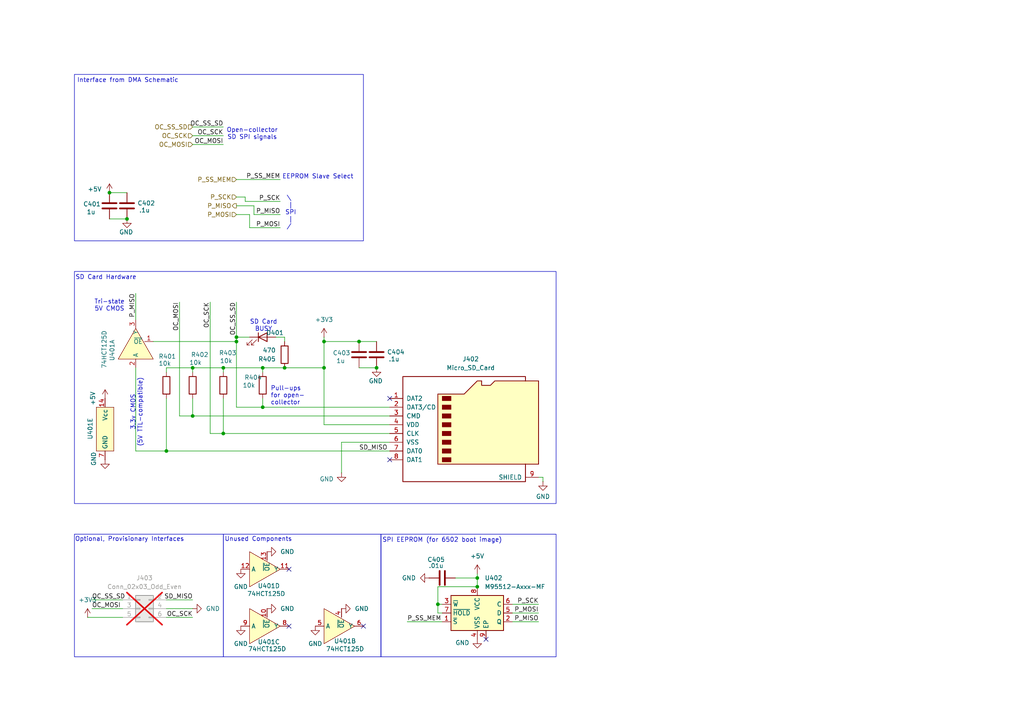
<source format=kicad_sch>
(kicad_sch (version 20250114) (generator "eeschema") (generator_version "9.0")
  (paper "A4")
  (title_block (title "65c02 Homebrew") (rev "Rev A") (company "Joseph R. Freeston") (comment 2 "https://github.com/snorklerjoe/useful6502") (comment 4 "A 65c02-based computer with peripheral i/o offloaded to a PIC16 microcontroller."))
  (lib_symbols
    (symbol "Connector:Micro_SD_Card" (pin_names (offset 1.016))
      (property "Reference" "J" (at -16.51 15.24 0))
      (property "Value" "Micro_SD_Card" (at 16.51 15.24 0))
      (symbol "Micro_SD_Card_0_1"
        (polyline (pts (xy -8.89 -11.43) (xy -8.89 8.89) (xy -1.27 8.89) (xy 2.54 12.7) (xy 3.81 12.7) (xy 3.81 11.43) (xy 6.35 11.43) (xy 7.62 12.7) (xy 20.32 12.7) (xy 20.32 -11.43) (xy -8.89 -11.43)) (stroke (width 0.254)) (fill (type background)))
        (rectangle (start -7.62 8.255) (end -5.08 6.985) (fill (type outline)))
        (rectangle (start -7.62 5.715) (end -5.08 4.445) (fill (type outline)))
        (rectangle (start -7.62 3.175) (end -5.08 1.905) (fill (type outline)))
        (rectangle (start -7.62 0.635) (end -5.08 -0.635) (fill (type outline)))
        (rectangle (start -7.62 -1.905) (end -5.08 -3.175) (fill (type outline)))
        (rectangle (start -7.62 -4.445) (end -5.08 -5.715) (fill (type outline)))
        (rectangle (start -7.62 -6.985) (end -5.08 -8.255) (fill (type outline)))
        (rectangle (start -7.62 -9.525) (end -5.08 -10.795) (fill (type outline)))
        (polyline (pts (xy 16.51 12.7) (xy 16.51 13.97) (xy -19.05 13.97) (xy -19.05 -16.51) (xy 16.51 -16.51) (xy 16.51 -11.43)) (stroke (width 0.254)))
      )
      (symbol "Micro_SD_Card_1_1"
        (pin bidirectional line (at -22.86 7.62 0) (length 3.81) (name "DAT2") (number "1"))
        (pin bidirectional line (at -22.86 5.08 0) (length 3.81) (name "DAT3/CD") (number "2"))
        (pin input line (at -22.86 2.54 0) (length 3.81) (name "CMD") (number "3"))
        (pin power_in line (at -22.86 0 0) (length 3.81) (name "VDD") (number "4"))
        (pin input line (at -22.86 -2.54 0) (length 3.81) (name "CLK") (number "5"))
        (pin power_in line (at -22.86 -5.08 0) (length 3.81) (name "VSS") (number "6"))
        (pin bidirectional line (at -22.86 -7.62 0) (length 3.81) (name "DAT0") (number "7"))
        (pin bidirectional line (at -22.86 -10.16 0) (length 3.81) (name "DAT1") (number "8"))
        (pin passive line (at 20.32 -15.24 180) (length 3.81) (name "SHIELD") (number "9"))
      )
    )
    (symbol "Connector_Generic:Conn_02x03_Odd_Even" (pin_names (offset 1.016) (hide yes))
      (property "Reference" "J" (at 1.27 5.08 0))
      (property "Value" "Conn_02x03_Odd_Even" (at 1.27 -5.08 0))
      (symbol "Conn_02x03_Odd_Even_1_1"
        (rectangle (start -1.27 3.81) (end 3.81 -3.81) (stroke (width 0.254)) (fill (type background)))
        (rectangle (start -1.27 2.667) (end 0 2.413) (stroke (width 0.1524)))
        (rectangle (start -1.27 0.127) (end 0 -0.127) (stroke (width 0.1524)))
        (rectangle (start -1.27 -2.413) (end 0 -2.667) (stroke (width 0.1524)))
        (rectangle (start 3.81 2.667) (end 2.54 2.413) (stroke (width 0.1524)))
        (rectangle (start 3.81 0.127) (end 2.54 -0.127) (stroke (width 0.1524)))
        (rectangle (start 3.81 -2.413) (end 2.54 -2.667) (stroke (width 0.1524)))
        (pin passive line (at -5.08 2.54 0) (length 3.81) (name "Pin_1") (number "1"))
        (pin passive line (at -5.08 0 0) (length 3.81) (name "Pin_3") (number "3"))
        (pin passive line (at -5.08 -2.54 0) (length 3.81) (name "Pin_5") (number "5"))
        (pin passive line (at 7.62 2.54 180) (length 3.81) (name "Pin_2") (number "2"))
        (pin passive line (at 7.62 0 180) (length 3.81) (name "Pin_4") (number "4"))
        (pin passive line (at 7.62 -2.54 180) (length 3.81) (name "Pin_6") (number "6"))
      )
    )
    (symbol "Device:C" (pin_numbers (hide yes)) (pin_names (offset 0.254))
      (property "Reference" "C" (at 0.635 2.54 0))
      (property "Value" "C" (at 0.635 -2.54 0))
      (symbol "C_0_1"
        (polyline (pts (xy -2.032 0.762) (xy 2.032 0.762)) (stroke (width 0.508)))
        (polyline (pts (xy -2.032 -0.762) (xy 2.032 -0.762)) (stroke (width 0.508)))
      )
      (symbol "C_1_1"
        (pin passive line (at 0 3.81 270) (length 2.794) (name "~") (number "1"))
        (pin passive line (at 0 -3.81 90) (length 2.794) (name "~") (number "2"))
      )
    )
    (symbol "Device:LED" (pin_numbers (hide yes)) (pin_names (offset 1.016) (hide yes))
      (property "Reference" "D" (at 0 2.54 0))
      (property "Value" "LED" (at 0 -2.54 0))
      (symbol "LED_0_1"
        (polyline (pts (xy -3.048 -0.762) (xy -4.572 -2.286) (xy -3.81 -2.286) (xy -4.572 -2.286) (xy -4.572 -1.524)))
        (polyline (pts (xy -1.778 -0.762) (xy -3.302 -2.286) (xy -2.54 -2.286) (xy -3.302 -2.286) (xy -3.302 -1.524)))
        (polyline (pts (xy -1.27 0) (xy 1.27 0)))
        (polyline (pts (xy -1.27 -1.27) (xy -1.27 1.27)) (stroke (width 0.254)))
        (polyline (pts (xy 1.27 -1.27) (xy 1.27 1.27) (xy -1.27 0) (xy 1.27 -1.27)) (stroke (width 0.254)))
      )
      (symbol "LED_1_1"
        (pin passive line (at -3.81 0 0) (length 2.54) (name "K") (number "1"))
        (pin passive line (at 3.81 0 180) (length 2.54) (name "A") (number "2"))
      )
    )
    (symbol "Device:R" (pin_numbers (hide yes)) (pin_names (offset 0))
      (property "Reference" "R" (at 2.032 0 90))
      (property "Value" "R" (at 0 0 90))
      (symbol "R_0_1"
        (rectangle (start -1.016 -2.54) (end 1.016 2.54) (stroke (width 0.254)))
      )
      (symbol "R_1_1"
        (pin passive line (at 0 3.81 270) (length 1.27) (name "~") (number "1"))
        (pin passive line (at 0 -3.81 90) (length 1.27) (name "~") (number "2"))
      )
    )
    (symbol "Memory_EEPROM:M95512-Axxx-MF"
      (property "Reference" "U" (at -7.62 6.35 0))
      (property "Value" "M95512-Axxx-MF" (at 6.35 -7.62 0))
      (symbol "M95512-Axxx-MF_1_1"
        (rectangle (start -7.62 5.08) (end 7.62 -5.08) (stroke (width 0.254)) (fill (type background)))
        (pin input line (at -10.16 2.54 0) (length 2.54) (name "~{W}") (number "3"))
        (pin input line (at -10.16 0 0) (length 2.54) (name "~{HOLD}") (number "7"))
        (pin input line (at -10.16 -2.54 0) (length 2.54) (name "~{S}") (number "1"))
        (pin power_in line (at 0 7.62 270) (length 2.54) (name "VCC") (number "8"))
        (pin power_in line (at 0 -7.62 90) (length 2.54) (name "VSS") (number "4"))
        (pin passive line (at 2.54 -7.62 90) (length 2.54) (name "EP") (number "9"))
        (pin input line (at 10.16 2.54 180) (length 2.54) (name "C") (number "6"))
        (pin input line (at 10.16 0 180) (length 2.54) (name "D") (number "5"))
        (pin output line (at 10.16 -2.54 180) (length 2.54) (name "Q") (number "2"))
      )
    )
    (symbol "custom:74HCT125D"
      (property "Reference" "U" (at 4.318 2.032 0))
      (property "Value" "74HCT125D" (at 8.636 0 0))
      (symbol "74HCT125D_1_1"
        (polyline (pts (xy -1.27 1.27) (xy -1.27 -5.08) (xy 7.62 0) (xy -1.27 5.08) (xy -1.27 1.27)) (fill (type background)))
        (pin input line (at -3.81 0 0) (length 2.54) (name "A") (number "2"))
        (pin input line (at 3.81 5.08 270) (length 2.54) (name "~{OE}") (number "1"))
        (pin tri_state line (at 10.16 0 180) (length 2.54) (name "Y") (number "3"))
      )
      (symbol "74HCT125D_2_1"
        (polyline (pts (xy -1.27 1.27) (xy -1.27 -5.08) (xy 7.62 0) (xy -1.27 5.08) (xy -1.27 1.27)) (fill (type background)))
        (pin input line (at -3.81 0 0) (length 2.54) (name "A") (number "5"))
        (pin input line (at 3.81 5.08 270) (length 2.54) (name "~{OE}") (number "4"))
        (pin tri_state line (at 10.16 0 180) (length 2.54) (name "Y") (number "6"))
      )
      (symbol "74HCT125D_3_1"
        (polyline (pts (xy -1.27 1.27) (xy -1.27 -5.08) (xy 7.62 0) (xy -1.27 5.08) (xy -1.27 1.27)) (fill (type background)))
        (pin input line (at -3.81 0 0) (length 2.54) (name "A") (number "9"))
        (pin input line (at 3.81 5.08 270) (length 2.54) (name "~{OE}") (number "10"))
        (pin tri_state line (at 10.16 0 180) (length 2.54) (name "Y") (number "8"))
      )
      (symbol "74HCT125D_4_1"
        (polyline (pts (xy -1.27 1.27) (xy -1.27 -5.08) (xy 7.62 0) (xy -1.27 5.08) (xy -1.27 1.27)) (fill (type background)))
        (pin input line (at -3.81 0 0) (length 2.54) (name "A") (number "12"))
        (pin input line (at 3.81 5.08 270) (length 2.54) (name "~{OE}") (number "13"))
        (pin tri_state line (at 10.16 0 180) (length 2.54) (name "Y") (number "11"))
      )
      (symbol "74HCT125D_5_1"
        (rectangle (start -2.54 5.08) (end 2.54 -7.62) (fill (type background)))
        (pin power_in line (at 0 7.62 270) (length 2.54) (name "Vcc") (number "14"))
        (pin power_in line (at 0 -10.16 90) (length 2.54) (name "GND") (number "7"))
      )
    )
    (symbol "power:+3V3" (power) (pin_numbers (hide yes)) (pin_names (offset 0) (hide yes))
      (property "Value" "+3V3" (at 0 3.556 0))
      (symbol "+3V3_0_1"
        (polyline (pts (xy -0.762 1.27) (xy 0 2.54)))
        (polyline (pts (xy 0 2.54) (xy 0.762 1.27)))
        (polyline (pts (xy 0 0) (xy 0 2.54)))
      )
      (symbol "+3V3_1_1"
        (pin power_in line (at 0 0 90) (length 0) (name "~") (number "1"))
      )
    )
    (symbol "power:+5V" (power) (pin_numbers (hide yes)) (pin_names (offset 0) (hide yes))
      (property "Value" "+5V" (at 0 3.556 0))
      (symbol "+5V_0_1"
        (polyline (pts (xy -0.762 1.27) (xy 0 2.54)))
        (polyline (pts (xy 0 2.54) (xy 0.762 1.27)))
        (polyline (pts (xy 0 0) (xy 0 2.54)))
      )
      (symbol "+5V_1_1"
        (pin power_in line (at 0 0 90) (length 0) (name "~") (number "1"))
      )
    )
    (symbol "power:GND" (power) (pin_numbers (hide yes)) (pin_names (offset 0) (hide yes))
      (property "Value" "GND" (at 0 -3.81 0))
      (symbol "GND_0_1"
        (polyline (pts (xy 0 0) (xy 0 -1.27) (xy 1.27 -1.27) (xy 0 -2.54) (xy -1.27 -1.27) (xy 0 -1.27)))
      )
      (symbol "GND_1_1"
        (pin power_in line (at 0 0 270) (length 0) (name "~") (number "1"))
      )
    )
  )
  (rectangle (start 64.77 154.94) (end 110.49 190.5))
  (rectangle (start 21.59 21.59) (end 105.41 69.85))
  (rectangle (start 21.59 78.74) (end 161.29 146.05))
  (rectangle (start 110.49 154.94) (end 161.29 190.5))
  (rectangle (start 21.59 154.94) (end 64.77 190.5))
  (text "3.3v CMOS\n(5V TTL-compatible)" (at 39.624 119.634 90) (effects (font (size 1.27 1.27))))
  (text "Interface from DMA Schematic" (at 37.084 23.368 0) (effects (font (size 1.27 1.27))))
  (text "Unused Components" (at 74.93 156.464 0) (effects (font (size 1.27 1.27))))
  (text "EEPROM Slave Select" (at 92.202 51.308 0) (effects (font (size 1.27 1.27))))
  (text "SD Card Hardware" (at 30.734 80.518 0) (effects (font (size 1.27 1.27))))
  (text "\\ \n|\nSPI\n|\n/ " (at 84.328 61.722 0) (effects (font (size 1.27 1.27))))
  (text "Pull-ups\nfor open-\ncollector" (at 78.486 114.808 0) (effects (font (size 1.27 1.27)) (justify left)))
  (text "SPI EEPROM (for 6502 boot image)" (at 128.27 156.718 0) (effects (font (size 1.27 1.27))))
  (text "Tri-state\n5V CMOS" (at 31.75 88.646 0) (effects (font (size 1.27 1.27))))
  (text "Optional, Provisionary Interfaces" (at 37.592 156.464 0) (effects (font (size 1.27 1.27))))
  (text "Open-collector\nSD SPI signals" (at 73.152 38.862 0) (effects (font (size 1.27 1.27))))
  (text "SD Card\nBUSY" (at 76.454 94.488 0) (effects (font (size 1.27 1.27))))
  (junction (at 93.98 99.06))
  (junction (at 104.14 99.06))
  (junction (at 68.58 99.06))
  (junction (at 76.2 106.68))
  (junction (at 68.58 97.79))
  (junction (at 36.83 63.5))
  (junction (at 127 175.26))
  (junction (at 31.75 55.88))
  (junction (at 55.88 120.65))
  (junction (at 109.22 106.68))
  (junction (at 138.43 170.18))
  (junction (at 93.98 106.68))
  (junction (at 64.77 125.73))
  (junction (at 48.26 130.81))
  (junction (at 64.77 106.68))
  (junction (at 55.88 106.68))
  (junction (at 76.2 118.11))
  (junction (at 82.55 106.68))
  (junction (at 138.43 167.64))
  (no_connect (at 113.03 133.35))
  (no_connect (at 140.97 185.42))
  (no_connect (at 83.82 165.1))
  (no_connect (at 105.41 181.61))
  (no_connect (at 83.82 181.61))
  (no_connect (at 113.03 115.57))
  (wire (pts (xy 31.75 63.5) (xy 36.83 63.5)))
  (wire (pts (xy 118.11 180.34) (xy 128.27 180.34)))
  (wire (pts (xy 72.39 62.23) (xy 68.58 62.23)))
  (wire (pts (xy 68.58 97.79) (xy 68.58 99.06)))
  (wire (pts (xy 148.59 175.26) (xy 156.21 175.26)))
  (wire (pts (xy 71.12 57.15) (xy 68.58 57.15)))
  (wire (pts (xy 127 175.26) (xy 127 170.18)))
  (wire (pts (xy 104.14 106.68) (xy 109.22 106.68)))
  (wire (pts (xy 128.27 177.8) (xy 127 177.8)))
  (wire (pts (xy 48.26 106.68) (xy 55.88 106.68)))
  (wire (pts (xy 64.77 115.57) (xy 64.77 125.73)))
  (wire (pts (xy 68.58 52.07) (xy 81.28 52.07)))
  (wire (pts (xy 55.88 179.07) (xy 48.26 179.07)))
  (wire (pts (xy 52.07 87.63) (xy 52.07 120.65)))
  (wire (pts (xy 82.55 106.68) (xy 93.98 106.68)))
  (wire (pts (xy 93.98 99.06) (xy 104.14 99.06)))
  (wire (pts (xy 48.26 130.81) (xy 113.03 130.81)))
  (wire (pts (xy 81.28 58.42) (xy 71.12 58.42)))
  (wire (pts (xy 68.58 118.11) (xy 76.2 118.11)))
  (wire (pts (xy 127 170.18) (xy 138.43 170.18)))
  (wire (pts (xy 93.98 97.79) (xy 93.98 99.06)))
  (wire (pts (xy 39.37 85.09) (xy 39.37 92.71)))
  (wire (pts (xy 104.14 99.06) (xy 109.22 99.06)))
  (wire (pts (xy 25.4 179.07) (xy 35.56 179.07)))
  (wire (pts (xy 60.96 125.73) (xy 64.77 125.73)))
  (wire (pts (xy 48.26 107.95) (xy 48.26 106.68)))
  (wire (pts (xy 55.88 176.53) (xy 48.26 176.53)))
  (wire (pts (xy 93.98 123.19) (xy 113.03 123.19)))
  (wire (pts (xy 64.77 106.68) (xy 76.2 106.68)))
  (wire (pts (xy 26.67 173.99) (xy 35.56 173.99)))
  (wire (pts (xy 76.2 106.68) (xy 82.55 106.68)))
  (wire (pts (xy 72.39 97.79) (xy 68.58 97.79)))
  (wire (pts (xy 138.43 167.64) (xy 138.43 170.18)))
  (wire (pts (xy 55.88 106.68) (xy 64.77 106.68)))
  (wire (pts (xy 71.12 58.42) (xy 71.12 57.15)))
  (wire (pts (xy 148.59 180.34) (xy 156.21 180.34)))
  (wire (pts (xy 55.88 173.99) (xy 48.26 173.99)))
  (wire (pts (xy 55.88 107.95) (xy 55.88 106.68)))
  (wire (pts (xy 52.07 120.65) (xy 55.88 120.65)))
  (wire (pts (xy 55.88 41.91) (xy 64.77 41.91)))
  (wire (pts (xy 39.37 130.81) (xy 39.37 106.68)))
  (wire (pts (xy 157.48 138.43) (xy 156.21 138.43)))
  (wire (pts (xy 76.2 115.57) (xy 76.2 118.11)))
  (wire (pts (xy 132.08 167.64) (xy 138.43 167.64)))
  (wire (pts (xy 64.77 125.73) (xy 113.03 125.73)))
  (wire (pts (xy 93.98 99.06) (xy 93.98 106.68)))
  (wire (pts (xy 64.77 107.95) (xy 64.77 106.68)))
  (wire (pts (xy 76.2 118.11) (xy 113.03 118.11)))
  (wire (pts (xy 99.06 137.16) (xy 99.06 128.27)))
  (wire (pts (xy 72.39 66.04) (xy 72.39 62.23)))
  (wire (pts (xy 138.43 166.37) (xy 138.43 167.64)))
  (wire (pts (xy 26.67 176.53) (xy 35.56 176.53)))
  (wire (pts (xy 60.96 87.63) (xy 60.96 125.73)))
  (wire (pts (xy 93.98 123.19) (xy 93.98 106.68)))
  (wire (pts (xy 73.66 59.69) (xy 68.58 59.69)))
  (wire (pts (xy 68.58 97.79) (xy 68.58 87.63)))
  (wire (pts (xy 39.37 130.81) (xy 48.26 130.81)))
  (wire (pts (xy 55.88 36.83) (xy 64.77 36.83)))
  (wire (pts (xy 81.28 66.04) (xy 72.39 66.04)))
  (wire (pts (xy 44.45 99.06) (xy 68.58 99.06)))
  (wire (pts (xy 127 175.26) (xy 128.27 175.26)))
  (wire (pts (xy 99.06 128.27) (xy 113.03 128.27)))
  (wire (pts (xy 31.75 55.88) (xy 36.83 55.88)))
  (wire (pts (xy 127 177.8) (xy 127 175.26)))
  (wire (pts (xy 82.55 99.06) (xy 82.55 97.79)))
  (wire (pts (xy 82.55 97.79) (xy 80.01 97.79)))
  (wire (pts (xy 55.88 39.37) (xy 64.77 39.37)))
  (wire (pts (xy 148.59 177.8) (xy 156.21 177.8)))
  (wire (pts (xy 68.58 99.06) (xy 68.58 118.11)))
  (wire (pts (xy 48.26 115.57) (xy 48.26 130.81)))
  (wire (pts (xy 81.28 62.23) (xy 73.66 62.23)))
  (wire (pts (xy 55.88 120.65) (xy 113.03 120.65)))
  (wire (pts (xy 55.88 115.57) (xy 55.88 120.65)))
  (wire (pts (xy 76.2 106.68) (xy 76.2 107.95)))
  (wire (pts (xy 157.48 139.7) (xy 157.48 138.43)))
  (wire (pts (xy 73.66 62.23) (xy 73.66 59.69)))
  (label "OC_SCK" (at 64.77 39.37 180))
  (label "OC_SS_SD" (at 64.77 36.83 180))
  (label "P_MOSI" (at 156.21 177.8 180))
  (label "P_MISO" (at 81.28 62.23 180))
  (label "OC_SCK" (at 55.88 179.07 180))
  (label "SD_MISO" (at 55.88 173.99 180))
  (label "SD_MISO" (at 104.14 130.81 0))
  (label "OC_SCK" (at 60.96 87.63 270))
  (label "OC_MOSI" (at 26.67 176.53 0))
  (label "P_SCK" (at 156.21 175.26 180))
  (label "OC_MOSI" (at 52.07 87.63 270))
  (label "OC_SS_SD" (at 26.67 173.99 0))
  (label "P_SCK" (at 81.28 58.42 180))
  (label "OC_MOSI" (at 64.77 41.91 180))
  (label "OC_SS_SD" (at 68.58 87.63 270))
  (label "P_SS_MEM" (at 81.28 52.07 180))
  (label "P_MISO" (at 156.21 180.34 180))
  (label "P_MISO" (at 39.37 85.09 270))
  (label "P_MOSI" (at 81.28 66.04 180))
  (label "P_SS_MEM" (at 118.11 180.34 0))
  (hierarchical_label "OC_SS_SD" (shape input) (at 55.88 36.83 180))
  (hierarchical_label "P_SS_MEM" (shape input) (at 68.58 52.07 180))
  (hierarchical_label "OC_MOSI" (shape input) (at 55.88 41.91 180))
  (hierarchical_label "P_SCK" (shape input) (at 68.58 57.15 180))
  (hierarchical_label "P_MISO" (shape output) (at 68.58 59.69 180))
  (hierarchical_label "OC_SCK" (shape input) (at 55.88 39.37 180))
  (hierarchical_label "P_MOSI" (shape input) (at 68.58 62.23 180))
  (symbol (lib_id "power:+5V") (at 138.43 166.37 0) (unit 1)
    (property "Reference" "#PWR0416" (effects (hide yes)))
    (property "Value" "+5V" (at 138.43 161.29 0))
    (property "Description" "Power symbol creates a global label with name \"+5V\"" (effects (hide yes)))
  )
  (symbol (lib_id "power:GND") (at 69.85 165.1 0) (unit 1)
    (property "Reference" "#PWR0406" (effects (hide yes)))
    (property "Value" "GND" (at 69.85 170.18 0))
    (property "Description" "Power symbol creates a global label with name \"GND\" , ground" (effects (hide yes)))
  )
  (symbol (lib_id "Device:R") (at 55.88 111.76 0) (unit 1)
    (property "Reference" "R402" (at 55.372 102.87 0) (effects (justify left)))
    (property "Value" "10k" (at 54.864 105.156 0) (effects (justify left)))
    (property "Footprint" "Resistor_SMD:R_0402_1005Metric" (effects (hide yes)))
    (property "Description" "Resistor" (effects (hide yes)))
  )
  (symbol (lib_id "Device:R") (at 48.26 111.76 0) (unit 1)
    (property "Reference" "R401" (at 45.974 103.378 0) (effects (justify left)))
    (property "Value" "10k" (at 45.974 105.41 0) (effects (justify left)))
    (property "Footprint" "Resistor_SMD:R_0402_1005Metric" (effects (hide yes)))
    (property "Description" "Resistor" (effects (hide yes)))
  )
  (symbol (lib_id "custom:74HCT125D") (at 73.66 165.1 0) (unit 4)
    (property "Reference" "U401" (at 77.978 169.926 0))
    (property "Value" "74HCT125D" (at 77.216 172.212 0))
    (property "Footprint" "Package_SO:SOIC-14_3.9x8.7mm_P1.27mm" (effects (hide yes)))
  )
  (symbol (lib_id "Device:C") (at 31.75 59.69 0) (unit 1)
    (property "Reference" "C401" (at 26.67 59.182 0))
    (property "Value" "1u" (at 26.416 61.468 0))
    (property "Footprint" "Capacitor_SMD:C_0402_1005Metric" (effects (hide yes)))
    (property "Description" "Unpolarized capacitor" (effects (hide yes)))
  )
  (symbol (lib_id "Device:R") (at 76.2 111.76 0) (unit 1)
    (property "Reference" "R404" (at 70.866 109.474 0) (effects (justify left)))
    (property "Value" "10k" (at 70.358 111.76 0) (effects (justify left)))
    (property "Footprint" "Resistor_SMD:R_0402_1005Metric" (effects (hide yes)))
    (property "Description" "Resistor" (effects (hide yes)))
  )
  (symbol (lib_id "Device:C") (at 104.14 102.87 0) (unit 1)
    (property "Reference" "C403" (at 99.06 102.362 0))
    (property "Value" "1u" (at 98.806 104.648 0))
    (property "Footprint" "Capacitor_SMD:C_0402_1005Metric" (effects (hide yes)))
    (property "Description" "Unpolarized capacitor" (effects (hide yes)))
  )
  (symbol (lib_id "power:+3V3") (at 93.98 97.79 0) (unit 1)
    (property "Reference" "#PWR0411" (effects (hide yes)))
    (property "Value" "+3V3" (at 93.98 92.71 0))
    (property "Description" "Power symbol creates a global label with name \"+3V3\"" (effects (hide yes)))
  )
  (symbol (lib_id "Device:R") (at 64.77 111.76 0) (unit 1)
    (property "Reference" "R403" (at 63.5 102.362 0) (effects (justify left)))
    (property "Value" "10k" (at 63.754 104.648 0) (effects (justify left)))
    (property "Footprint" "Resistor_SMD:R_0402_1005Metric" (effects (hide yes)))
    (property "Description" "Resistor" (effects (hide yes)))
  )
  (symbol (lib_id "power:GND") (at 138.43 185.42 0) (unit 1)
    (property "Reference" "#PWR0417" (effects (hide yes)))
    (property "Value" "GND" (at 134.112 186.436 0))
    (property "Description" "Power symbol creates a global label with name \"GND\" , ground" (effects (hide yes)))
  )
  (symbol (lib_id "power:+3V3") (at 25.4 179.07 0) (unit 1)
    (property "Reference" "#PWR0419" (effects (hide yes)))
    (property "Value" "+3V3" (at 25.4 173.99 0))
    (property "Description" "Power symbol creates a global label with name \"+3V3\"" (effects (hide yes)))
  )
  (symbol (lib_id "Memory_EEPROM:M95512-Axxx-MF") (at 138.43 177.8 0) (unit 1)
    (property "Reference" "U402" (at 140.5733 167.64 0) (effects (justify left)))
    (property "Value" "M95512-Axxx-MF" (at 140.5733 170.18 0) (effects (justify left)))
    (property "Footprint" "Package_SO:TSSOP-8_4.4x3mm_P0.65mm" (effects (hide yes)))
    (property "Datasheet" "https://www.st.com/resource/en/datasheet/m95512-a125.pdf" (effects (hide yes)))
    (property "Description" "Automotive 512-Kbit serial SPI bus EEPROMs with high-speed clock, DFN-8" (effects (hide yes)))
  )
  (symbol (lib_id "power:GND") (at 36.83 63.5 0) (unit 1)
    (property "Reference" "#PWR0405" (effects (hide yes)))
    (property "Value" "GND" (at 36.576 67.31 0))
    (property "Description" "Power symbol creates a global label with name \"GND\" , ground" (effects (hide yes)))
  )
  (symbol (lib_id "Device:R") (at 82.55 102.87 0) (unit 1)
    (property "Reference" "R405" (at 80.01 104.1401 0) (effects (justify right)))
    (property "Value" "470" (at 80.01 101.6001 0) (effects (justify right)))
    (property "Footprint" "Resistor_SMD:R_0402_1005Metric" (effects (hide yes)))
    (property "Description" "Resistor" (effects (hide yes)))
  )
  (symbol (lib_id "power:GND") (at 30.48 133.35 0) (unit 1)
    (property "Reference" "#PWR0402" (effects (hide yes)))
    (property "Value" "GND" (at 27.178 133.096 90))
    (property "Description" "Power symbol creates a global label with name \"GND\" , ground" (effects (hide yes)))
  )
  (symbol (lib_id "power:GND") (at 99.06 137.16 0) (unit 1)
    (property "Reference" "#PWR0412" (effects (hide yes)))
    (property "Value" "GND" (at 94.742 138.938 0))
    (property "Description" "Power symbol creates a global label with name \"GND\" , ground" (effects (hide yes)))
  )
  (symbol (lib_id "power:+5V") (at 31.75 55.88 0) (unit 1)
    (property "Reference" "#PWR0403" (effects (hide yes)))
    (property "Value" "+5V" (at 25.4 54.864 0) (effects (justify left)))
    (property "Description" "Power symbol creates a global label with name \"+5V\"" (effects (hide yes)))
  )
  (symbol (lib_id "Connector:Micro_SD_Card") (at 135.89 123.19 0) (unit 1)
    (property "Reference" "J402" (at 136.525 104.14 0))
    (property "Value" "Micro_SD_Card" (at 136.525 106.68 0))
    (property "Footprint" "Connector_Card:microSD_HC_Wuerth_693072010801" (effects (hide yes)))
    (property "Datasheet" "https://www.we-online.com/components/products/datasheet/693072010801.pdf" (effects (hide yes)))
    (property "Description" "Micro SD Card Socket" (effects (hide yes)))
  )
  (symbol (lib_id "power:GND") (at 99.06 176.53 90) (unit 1)
    (property "Reference" "#PWR0413" (effects (hide yes)))
    (property "Value" "GND" (at 102.87 176.5299 90) (effects (justify right)))
    (property "Description" "Power symbol creates a global label with name \"GND\" , ground" (effects (hide yes)))
  )
  (symbol (lib_id "custom:74HCT125D") (at 30.48 123.19 0) (unit 5)
    (property "Reference" "U401" (at 26.162 127.508 90) (effects (justify left)))
    (property "Value" "74HCT125D" (effects (hide yes)))
    (property "Footprint" "Package_SO:SOIC-14_3.9x8.7mm_P1.27mm" (effects (hide yes)))
  )
  (symbol (lib_id "power:GND") (at 91.44 181.61 0) (unit 1)
    (property "Reference" "#PWR0410" (effects (hide yes)))
    (property "Value" "GND" (at 91.44 186.69 0))
    (property "Description" "Power symbol creates a global label with name \"GND\" , ground" (effects (hide yes)))
  )
  (symbol (lib_id "power:GND") (at 69.85 181.61 0) (unit 1)
    (property "Reference" "#PWR0407" (effects (hide yes)))
    (property "Value" "GND" (at 69.85 186.69 0))
    (property "Description" "Power symbol creates a global label with name \"GND\" , ground" (effects (hide yes)))
  )
  (symbol (lib_id "custom:74HCT125D") (at 95.25 181.61 0) (unit 2)
    (property "Reference" "U401" (at 100.076 185.928 0))
    (property "Value" "74HCT125D" (at 100.076 188.214 0))
    (property "Footprint" "Package_SO:SOIC-14_3.9x8.7mm_P1.27mm" (effects (hide yes)))
  )
  (symbol (lib_id "power:GND") (at 124.46 167.64 270) (unit 1)
    (property "Reference" "#PWR0415" (effects (hide yes)))
    (property "Value" "GND" (at 120.65 167.6399 90) (effects (justify right)))
    (property "Description" "Power symbol creates a global label with name \"GND\" , ground" (effects (hide yes)))
  )
  (symbol (lib_id "power:GND") (at 77.47 160.02 90) (unit 1)
    (property "Reference" "#PWR0408" (effects (hide yes)))
    (property "Value" "GND" (at 81.28 160.0199 90) (effects (justify right)))
    (property "Description" "Power symbol creates a global label with name \"GND\" , ground" (effects (hide yes)))
  )
  (symbol (lib_id "Device:C") (at 128.27 167.64 270) (unit 1)
    (property "Reference" "C405" (at 126.492 162.306 90))
    (property "Value" ".01u" (at 126.492 164.084 90))
    (property "Footprint" "Capacitor_SMD:C_0402_1005Metric" (effects (hide yes)))
    (property "Description" "Unpolarized capacitor" (effects (hide yes)))
  )
  (symbol (lib_id "Device:C") (at 36.83 59.69 0) (unit 1)
    (property "Reference" "C402" (at 42.418 58.928 0))
    (property "Value" ".1u" (at 41.91 60.96 0))
    (property "Footprint" "Capacitor_SMD:C_0402_1005Metric" (effects (hide yes)))
    (property "Description" "Unpolarized capacitor" (effects (hide yes)))
  )
  (symbol (lib_id "power:GND") (at 109.22 106.68 0) (unit 1)
    (property "Reference" "#PWR0414" (effects (hide yes)))
    (property "Value" "GND" (at 108.966 110.49 0))
    (property "Description" "Power symbol creates a global label with name \"GND\" , ground" (effects (hide yes)))
  )
  (symbol (lib_id "Connector_Generic:Conn_02x03_Odd_Even") (at 40.64 176.53 0) (unit 1) (dnp yes)
    (property "Reference" "J403" (at 41.91 167.64 0))
    (property "Value" "Conn_02x03_Odd_Even" (at 41.91 170.18 0))
    (property "Footprint" "Connector_PinHeader_2.54mm:PinHeader_2x03_P2.54mm_Vertical_SMD" (effects (hide yes)))
    (property "Description" "Generic connector, double row, 02x03, odd/even pin numbering scheme (row 1 odd numbers, row 2 even numbers), script generated (kicad-library-utils/schlib/autogen/connector/)" (effects (hide yes)))
  )
  (symbol (lib_id "power:GND") (at 77.47 176.53 90) (unit 1)
    (property "Reference" "#PWR0409" (effects (hide yes)))
    (property "Value" "GND" (at 81.28 176.5299 90) (effects (justify right)))
    (property "Description" "Power symbol creates a global label with name \"GND\" , ground" (effects (hide yes)))
  )
  (symbol (lib_id "power:GND") (at 157.48 139.7 0) (unit 1)
    (property "Reference" "#PWR0418" (effects (hide yes)))
    (property "Value" "GND" (at 157.48 144.018 0))
    (property "Description" "Power symbol creates a global label with name \"GND\" , ground" (effects (hide yes)))
  )
  (symbol (lib_id "power:+5V") (at 30.48 115.57 0) (unit 1)
    (property "Reference" "#PWR0401" (effects (hide yes)))
    (property "Value" "+5V" (at 26.924 117.602 90) (effects (justify left)))
    (property "Description" "Power symbol creates a global label with name \"+5V\"" (effects (hide yes)))
  )
  (symbol (lib_id "custom:74HCT125D") (at 73.66 181.61 0) (unit 3)
    (property "Reference" "U401" (at 77.978 186.182 0))
    (property "Value" "74HCT125D" (at 77.47 188.214 0))
    (property "Footprint" "Package_SO:SOIC-14_3.9x8.7mm_P1.27mm" (effects (hide yes)))
  )
  (symbol (lib_id "Device:LED") (at 76.2 97.79 0) (unit 1)
    (property "Reference" "D401" (at 79.756 96.52 0))
    (property "Value" "LED" (effects (hide yes)))
    (property "Footprint" "LED_SMD:LED_0402_1005Metric" (effects (hide yes)))
    (property "Description" "Light emitting diode" (effects (hide yes)))
    (property "Sim.Pins" "1=K 2=A" (effects (hide yes)))
  )
  (symbol (lib_id "custom:74HCT125D") (at 39.37 102.87 270) (mirror x) (unit 1)
    (property "Reference" "U401" (at 32.512 101.6 0))
    (property "Value" "74HCT125D" (at 30.226 101.346 0))
    (property "Footprint" "Package_SO:SOIC-14_3.9x8.7mm_P1.27mm" (effects (hide yes)))
  )
  (symbol (lib_id "power:GND") (at 55.88 176.53 90) (unit 1)
    (property "Reference" "#PWR0404" (effects (hide yes)))
    (property "Value" "GND" (at 59.69 176.5301 90) (effects (justify right)))
    (property "Description" "Power symbol creates a global label with name \"GND\" , ground" (effects (hide yes)))
  )
  (symbol (lib_id "Device:C") (at 109.22 102.87 0) (unit 1)
    (property "Reference" "C404" (at 114.808 102.108 0))
    (property "Value" ".1u" (at 114.3 104.14 0))
    (property "Footprint" "Capacitor_SMD:C_0402_1005Metric" (effects (hide yes)))
    (property "Description" "Unpolarized capacitor" (effects (hide yes)))
  )
)
</source>
